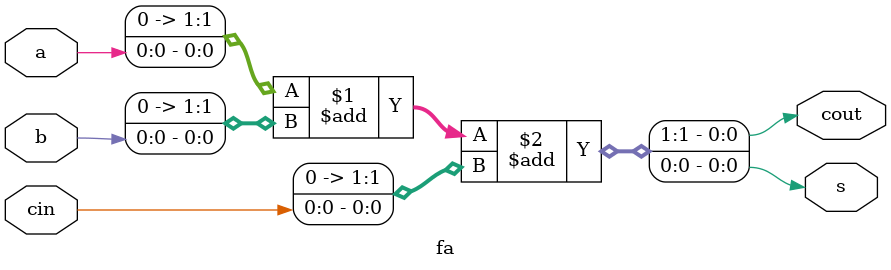
<source format=v>
module fa(
input wire a,b,cin,
output s,cout
    );
    
assign {cout,s} = {1'b0,a} + {1'b0,b} + {1'b0,cin};
    
endmodule

</source>
